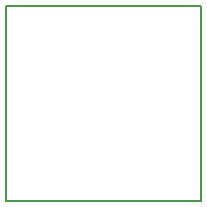
<source format=gm1>
G04 #@! TF.GenerationSoftware,KiCad,Pcbnew,6.0.10-86aedd382b~118~ubuntu22.04.1*
G04 #@! TF.CreationDate,2023-02-01T12:07:48+01:00*
G04 #@! TF.ProjectId,rpcube,72706375-6265-42e6-9b69-6361645f7063,rev?*
G04 #@! TF.SameCoordinates,Original*
G04 #@! TF.FileFunction,Profile,NP*
%FSLAX46Y46*%
G04 Gerber Fmt 4.6, Leading zero omitted, Abs format (unit mm)*
G04 Created by KiCad (PCBNEW 6.0.10-86aedd382b~118~ubuntu22.04.1) date 2023-02-01 12:07:48*
%MOMM*%
%LPD*%
G01*
G04 APERTURE LIST*
G04 #@! TA.AperFunction,Profile*
%ADD10C,0.200000*%
G04 #@! TD*
G04 APERTURE END LIST*
D10*
X76073000Y-59309000D02*
X92583000Y-59309000D01*
X92583000Y-59309000D02*
X92583000Y-75819000D01*
X92583000Y-75819000D02*
X76073000Y-75819000D01*
X76073000Y-75819000D02*
X76073000Y-59309000D01*
M02*

</source>
